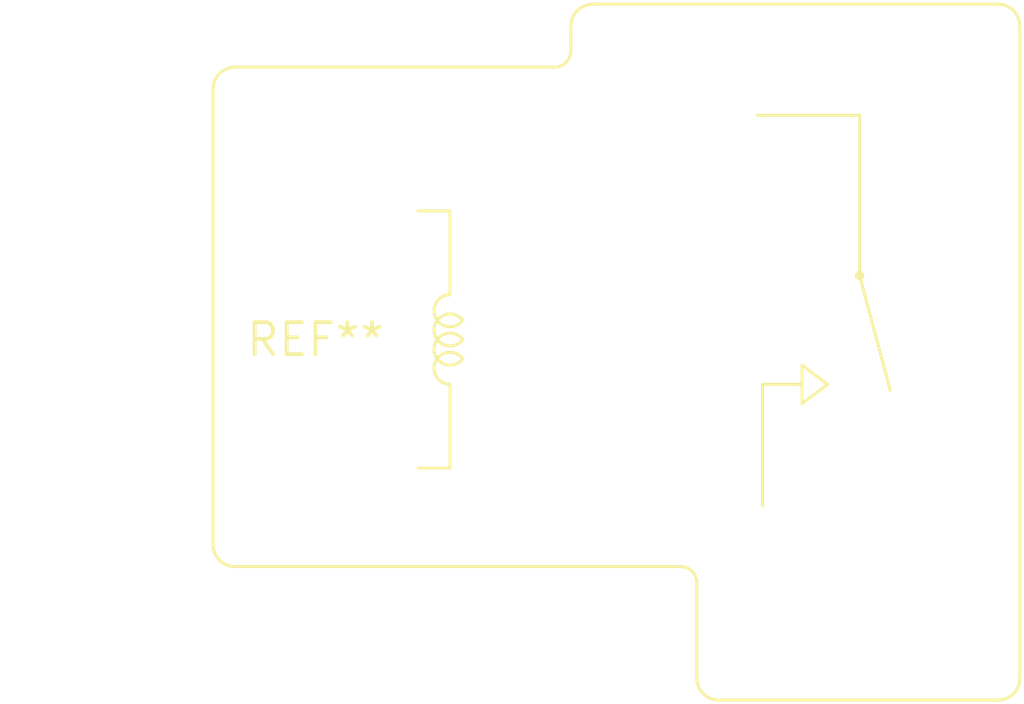
<source format=kicad_pcb>
(kicad_pcb (version 20240108) (generator pcbnew)
  (layers (0 "F.Cu" signal) (31 "B.Cu" signal) (34 "B.Paste" user) (35 "F.Paste" user) (36 "B.SilkS" user "B.Silkscreen") (37 "F.SilkS" user "F.Silkscreen") (38 "B.Mask" user) (39 "F.Mask" user) (44 "Edge.Cuts" user))
  (net 0 "")
  (footprint "Relay_SPST_RAYEX-L90AS" (layer "F.Cu") (at 0 0)
    (property "Reference" "REF**")
    (property "Value" "Relay_SPST_RAYEX-L90AS")
    (fp_line (start -4.07 -9.94) (end -4.07 8.14) (layer "F.SilkS") (stroke (width 0.12)))
    (fp_line (start -3.2 -10.81) (end 9.48 -10.81) (layer "F.SilkS") (stroke (width 0.12)))
    (fp_line (start -3.2 9.01) (end 14.48 9.01) (layer "F.SilkS") (stroke (width 0.12)))
    (fp_line (start 4.064 -5.1054) (end 5.334 -5.1054) (layer "F.SilkS") (stroke (width 0.12)))
    (fp_line (start 5.334 -1.778) (end 5.334 -5.1054) (layer "F.SilkS") (stroke (width 0.12)))
    (fp_line (start 5.334 5.1054) (end 4.064 5.1054) (layer "F.SilkS") (stroke (width 0.12)))
    (fp_line (start 5.334002 5.105397) (end 5.334002 1.777997) (layer "F.SilkS") (stroke (width 0.12)))
    (fp_line (start 10.13 -12.44) (end 10.13 -11.46) (layer "F.SilkS") (stroke (width 0.12)))
    (fp_line (start 11 -13.31) (end 27.08 -13.31) (layer "F.SilkS") (stroke (width 0.12)))
    (fp_line (start 15.13 9.66) (end 15.13 13.44) (layer "F.SilkS") (stroke (width 0.12)))
    (fp_line (start 16 14.31) (end 27.08 14.31) (layer "F.SilkS") (stroke (width 0.12)))
    (fp_line (start 17.74 1.778) (end 19.304 1.778) (layer "F.SilkS") (stroke (width 0.12)))
    (fp_line (start 17.74 6.604) (end 17.74 1.778) (layer "F.SilkS") (stroke (width 0.12)))
    (fp_line (start 19.304 1.016) (end 19.304 2.54) (layer "F.SilkS") (stroke (width 0.12)))
    (fp_line (start 19.304 2.54) (end 20.32 1.778) (layer "F.SilkS") (stroke (width 0.12)))
    (fp_line (start 20.32 1.778) (end 19.304 1.016) (layer "F.SilkS") (stroke (width 0.12)))
    (fp_line (start 21.59 -8.9) (end 17.526 -8.9) (layer "F.SilkS") (stroke (width 0.12)))
    (fp_line (start 21.59 -2.54) (end 21.59 -8.9) (layer "F.SilkS") (stroke (width 0.12)))
    (fp_line (start 21.59 -2.54) (end 22.8092 2.032) (layer "F.SilkS") (stroke (width 0.12)))
    (fp_line (start 27.95 -12.44) (end 27.95 13.44) (layer "F.SilkS") (stroke (width 0.12)))
    (fp_arc (start -4.07 -9.94) (mid -3.815183 -10.555183) (end -3.2 -10.81) (layer "F.SilkS") (stroke (width 0.12)))
    (fp_arc (start -3.2 9.01) (mid -3.815183 8.755183) (end -4.07 8.14) (layer "F.SilkS") (stroke (width 0.12)))
    (fp_arc (start 5.334002 1.777997) (mid 4.765966 0.859166) (end 5.841802 0.76173) (layer "F.SilkS") (stroke (width 0.12)))
    (fp_arc (start 5.8418 -0.761733) (mid 4.765964 -0.859168) (end 5.334 -1.778) (layer "F.SilkS") (stroke (width 0.12)))
    (fp_arc (start 5.842265 -0.000355) (mid 4.699002 -0.38078) (end 5.842 -0.762001) (layer "F.SilkS") (stroke (width 0.12)))
    (fp_arc (start 5.842266 0.761644) (mid 4.699003 0.381219) (end 5.842001 -2e-06) (layer "F.SilkS") (stroke (width 0.12)))
    (fp_arc (start 10.13 -12.44) (mid 10.384817 -13.055183) (end 11 -13.31) (layer "F.SilkS") (stroke (width 0.12)))
    (fp_arc (start 10.13 -11.46) (mid 9.939619 -11.000381) (end 9.48 -10.81) (layer "F.SilkS") (stroke (width 0.12)))
    (fp_arc (start 14.48 9.01) (mid 14.939619 9.200381) (end 15.13 9.66) (layer "F.SilkS") (stroke (width 0.12)))
    (fp_arc (start 16 14.31) (mid 15.384817 14.055183) (end 15.13 13.44) (layer "F.SilkS") (stroke (width 0.12)))
    (fp_arc (start 27.08 -13.31) (mid 27.695183 -13.055183) (end 27.95 -12.44) (layer "F.SilkS") (stroke (width 0.12)))
    (fp_arc (start 27.95 13.44) (mid 27.695183 14.055183) (end 27.08 14.31) (layer "F.SilkS") (stroke (width 0.12)))
    (fp_circle (center 21.59 -2.54) (end 21.59 -2.413) (layer "F.SilkS") (stroke (width 0.12)) (fill none))
    (pad "13" thru_hole circle (at 15.2 -8.9 180) (size 3 3) (drill 1.6) (layers *.Cu *.Mask) (remove_unused_layers))
    (pad "14" thru_hole circle (at 17.74 8.9 180) (size 3 3) (drill 1.6) (layers *.Cu *.Mask) (remove_unused_layers))
    (pad "A1" thru_hole roundrect (at 2.54 -5.1 180) (size 2 2) (drill 1.1) (layers *.Cu *.Mask) (remove_unused_layers))
    (pad "A2" thru_hole circle (at 2.54 5.1 180) (size 2 2) (drill 1.1) (layers *.Cu *.Mask) (remove_unused_layers))
  )
)
</source>
